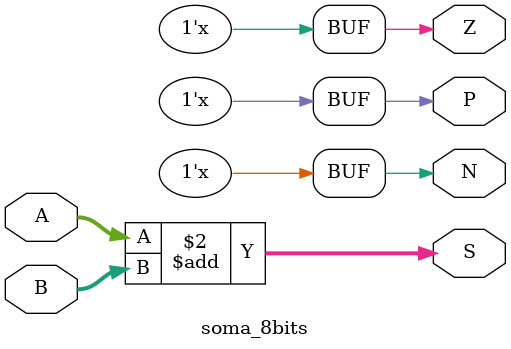
<source format=sv>

module soma_8bits(
  input logic signed [7:0] A,
  input logic signed [7:0] B,
  output logic signed [7:0] S,
  output logic Z,
  output logic N,
  output logic P
);

  always_comb begin
	S <= A+B;
	Z <= (S == 0);
	N <= S[7];//MAIS SIGNIFICATIVO
	P <= ~(S[0]);//PAR OU IMPAR
  end

endmodule
</source>
